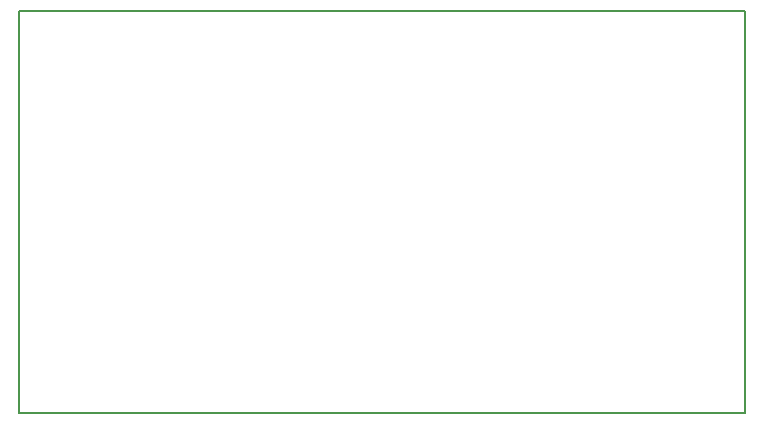
<source format=gbr>
G04 #@! TF.GenerationSoftware,KiCad,Pcbnew,(5.0.2)-1*
G04 #@! TF.CreationDate,2019-11-27T09:51:45+01:00*
G04 #@! TF.ProjectId,LoRa_Tracker,4c6f5261-5f54-4726-9163-6b65722e6b69,rev?*
G04 #@! TF.SameCoordinates,Original*
G04 #@! TF.FileFunction,Profile,NP*
%FSLAX46Y46*%
G04 Gerber Fmt 4.6, Leading zero omitted, Abs format (unit mm)*
G04 Created by KiCad (PCBNEW (5.0.2)-1) date 27.11.2019 09:51:45*
%MOMM*%
%LPD*%
G01*
G04 APERTURE LIST*
%ADD10C,0.200000*%
G04 APERTURE END LIST*
D10*
X191516000Y-109982000D02*
X191516000Y-144018000D01*
X130048000Y-144018000D02*
X191516000Y-144018000D01*
X130048000Y-109982000D02*
X130048000Y-144018000D01*
X130048000Y-109982000D02*
X191516000Y-109982000D01*
M02*

</source>
